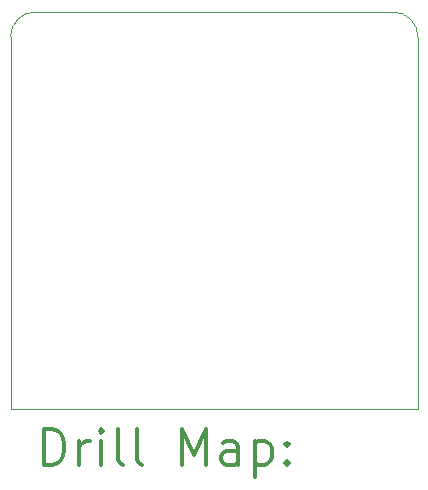
<source format=gbr>
%FSLAX45Y45*%
G04 Gerber Fmt 4.5, Leading zero omitted, Abs format (unit mm)*
G04 Created by KiCad (PCBNEW (5.1.4)-1) date 2019-12-12 20:06:10*
%MOMM*%
%LPD*%
G04 APERTURE LIST*
%ADD10C,0.050000*%
%ADD11C,0.200000*%
%ADD12C,0.300000*%
G04 APERTURE END LIST*
D10*
X1905000Y-3449300D02*
G75*
G02X2115800Y-3238500I210800J0D01*
G01*
X5143500Y-3238500D02*
G75*
G02X5354300Y-3449300I0J-210800D01*
G01*
X2115800Y-3238500D02*
X5143500Y-3238500D01*
X5354300Y-3449300D02*
X5354300Y-6604000D01*
X1905000Y-6604000D02*
X5354300Y-6604000D01*
X1905000Y-3449300D02*
X1905000Y-6604000D01*
D11*
D12*
X2188928Y-7072214D02*
X2188928Y-6772214D01*
X2260357Y-6772214D01*
X2303214Y-6786500D01*
X2331786Y-6815071D01*
X2346071Y-6843643D01*
X2360357Y-6900786D01*
X2360357Y-6943643D01*
X2346071Y-7000786D01*
X2331786Y-7029357D01*
X2303214Y-7057929D01*
X2260357Y-7072214D01*
X2188928Y-7072214D01*
X2488928Y-7072214D02*
X2488928Y-6872214D01*
X2488928Y-6929357D02*
X2503214Y-6900786D01*
X2517500Y-6886500D01*
X2546071Y-6872214D01*
X2574643Y-6872214D01*
X2674643Y-7072214D02*
X2674643Y-6872214D01*
X2674643Y-6772214D02*
X2660357Y-6786500D01*
X2674643Y-6800786D01*
X2688928Y-6786500D01*
X2674643Y-6772214D01*
X2674643Y-6800786D01*
X2860357Y-7072214D02*
X2831786Y-7057929D01*
X2817500Y-7029357D01*
X2817500Y-6772214D01*
X3017500Y-7072214D02*
X2988928Y-7057929D01*
X2974643Y-7029357D01*
X2974643Y-6772214D01*
X3360357Y-7072214D02*
X3360357Y-6772214D01*
X3460357Y-6986500D01*
X3560357Y-6772214D01*
X3560357Y-7072214D01*
X3831786Y-7072214D02*
X3831786Y-6915071D01*
X3817500Y-6886500D01*
X3788928Y-6872214D01*
X3731786Y-6872214D01*
X3703214Y-6886500D01*
X3831786Y-7057929D02*
X3803214Y-7072214D01*
X3731786Y-7072214D01*
X3703214Y-7057929D01*
X3688928Y-7029357D01*
X3688928Y-7000786D01*
X3703214Y-6972214D01*
X3731786Y-6957929D01*
X3803214Y-6957929D01*
X3831786Y-6943643D01*
X3974643Y-6872214D02*
X3974643Y-7172214D01*
X3974643Y-6886500D02*
X4003214Y-6872214D01*
X4060357Y-6872214D01*
X4088928Y-6886500D01*
X4103214Y-6900786D01*
X4117500Y-6929357D01*
X4117500Y-7015071D01*
X4103214Y-7043643D01*
X4088928Y-7057929D01*
X4060357Y-7072214D01*
X4003214Y-7072214D01*
X3974643Y-7057929D01*
X4246071Y-7043643D02*
X4260357Y-7057929D01*
X4246071Y-7072214D01*
X4231786Y-7057929D01*
X4246071Y-7043643D01*
X4246071Y-7072214D01*
X4246071Y-6886500D02*
X4260357Y-6900786D01*
X4246071Y-6915071D01*
X4231786Y-6900786D01*
X4246071Y-6886500D01*
X4246071Y-6915071D01*
M02*

</source>
